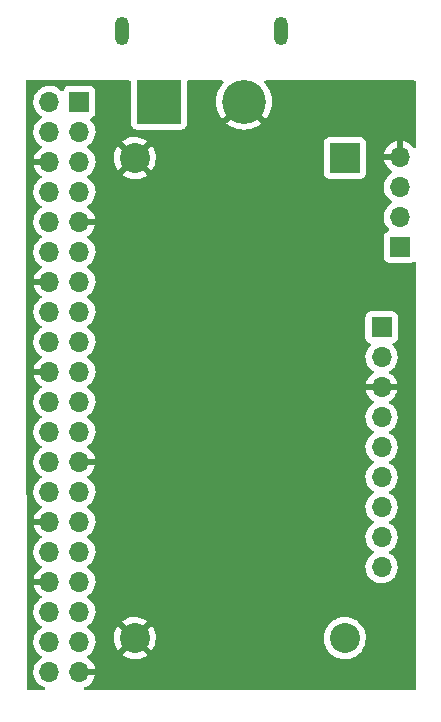
<source format=gbr>
%TF.GenerationSoftware,KiCad,Pcbnew,(6.0.5-0)*%
%TF.CreationDate,2024-02-05T18:51:56-05:00*%
%TF.ProjectId,CubeSat PCB,43756265-5361-4742-9050-43422e6b6963,rev?*%
%TF.SameCoordinates,Original*%
%TF.FileFunction,Copper,L2,Bot*%
%TF.FilePolarity,Positive*%
%FSLAX46Y46*%
G04 Gerber Fmt 4.6, Leading zero omitted, Abs format (unit mm)*
G04 Created by KiCad (PCBNEW (6.0.5-0)) date 2024-02-05 18:51:56*
%MOMM*%
%LPD*%
G01*
G04 APERTURE LIST*
%TA.AperFunction,ComponentPad*%
%ADD10O,1.200000X2.400000*%
%TD*%
%TA.AperFunction,ComponentPad*%
%ADD11C,3.716000*%
%TD*%
%TA.AperFunction,ComponentPad*%
%ADD12R,3.716000X3.716000*%
%TD*%
%TA.AperFunction,ComponentPad*%
%ADD13O,1.700000X1.700000*%
%TD*%
%TA.AperFunction,ComponentPad*%
%ADD14R,1.700000X1.700000*%
%TD*%
%TA.AperFunction,ComponentPad*%
%ADD15C,2.540000*%
%TD*%
%TA.AperFunction,ComponentPad*%
%ADD16R,2.540000X2.540000*%
%TD*%
G04 APERTURE END LIST*
D10*
%TO.P,J4,S2*%
%TO.N,N/C*%
X107500000Y-64600000D03*
%TO.P,J4,S1*%
X94000000Y-64600000D03*
D11*
%TO.P,J4,2,-*%
%TO.N,GND*%
X104350000Y-70600000D03*
D12*
%TO.P,J4,1,+*%
%TO.N,+BATT*%
X97150000Y-70600000D03*
%TD*%
D13*
%TO.P,J1,40,GPIO21/SCLK1*%
%TO.N,unconnected-(J1-Pad40)*%
X87880000Y-118880000D03*
%TO.P,J1,39,GND*%
%TO.N,GND*%
X90420000Y-118880000D03*
%TO.P,J1,38,GPIO20/MOSI1*%
%TO.N,unconnected-(J1-Pad38)*%
X87880000Y-116340000D03*
%TO.P,J1,37,GPIO26*%
%TO.N,unconnected-(J1-Pad37)*%
X90420000Y-116340000D03*
%TO.P,J1,36,GPIO16*%
%TO.N,unconnected-(J1-Pad36)*%
X87880000Y-113800000D03*
%TO.P,J1,35,GPIO19/MISO1*%
%TO.N,unconnected-(J1-Pad35)*%
X90420000Y-113800000D03*
%TO.P,J1,34,GND*%
%TO.N,GND*%
X87880000Y-111260000D03*
%TO.P,J1,33,PWM1/GPIO13*%
%TO.N,unconnected-(J1-Pad33)*%
X90420000Y-111260000D03*
%TO.P,J1,32,PWM0/GPIO12*%
%TO.N,unconnected-(J1-Pad32)*%
X87880000Y-108720000D03*
%TO.P,J1,31,GCLK2/GPIO6*%
%TO.N,unconnected-(J1-Pad31)*%
X90420000Y-108720000D03*
%TO.P,J1,30,GND*%
%TO.N,GND*%
X87880000Y-106180000D03*
%TO.P,J1,29,GCLK1/GPIO5*%
%TO.N,unconnected-(J1-Pad29)*%
X90420000Y-106180000D03*
%TO.P,J1,28,ID_SC/GPIO1*%
%TO.N,unconnected-(J1-Pad28)*%
X87880000Y-103640000D03*
%TO.P,J1,27,ID_SD/GPIO0*%
%TO.N,unconnected-(J1-Pad27)*%
X90420000Y-103640000D03*
%TO.P,J1,26,~{CE1}/GPIO7*%
%TO.N,unconnected-(J1-Pad26)*%
X87880000Y-101100000D03*
%TO.P,J1,25,GND*%
%TO.N,GND*%
X90420000Y-101100000D03*
%TO.P,J1,24,~{CE0}/GPIO8*%
%TO.N,unconnected-(J1-Pad24)*%
X87880000Y-98560000D03*
%TO.P,J1,23,SCLK0/GPIO11*%
%TO.N,unconnected-(J1-Pad23)*%
X90420000Y-98560000D03*
%TO.P,J1,22,GPIO25*%
%TO.N,unconnected-(J1-Pad22)*%
X87880000Y-96020000D03*
%TO.P,J1,21,MISO0/GPIO9*%
%TO.N,unconnected-(J1-Pad21)*%
X90420000Y-96020000D03*
%TO.P,J1,20,GND*%
%TO.N,GND*%
X87880000Y-93480000D03*
%TO.P,J1,19,MOSI0/GPIO10*%
%TO.N,unconnected-(J1-Pad19)*%
X90420000Y-93480000D03*
%TO.P,J1,18,GPIO24*%
%TO.N,unconnected-(J1-Pad18)*%
X87880000Y-90940000D03*
%TO.P,J1,17,3V3*%
%TO.N,unconnected-(J1-Pad17)*%
X90420000Y-90940000D03*
%TO.P,J1,16,GPIO23*%
%TO.N,unconnected-(J1-Pad16)*%
X87880000Y-88400000D03*
%TO.P,J1,15,GPIO22*%
%TO.N,unconnected-(J1-Pad15)*%
X90420000Y-88400000D03*
%TO.P,J1,14,GND*%
%TO.N,GND*%
X87880000Y-85860000D03*
%TO.P,J1,13,GPIO27*%
%TO.N,unconnected-(J1-Pad13)*%
X90420000Y-85860000D03*
%TO.P,J1,12,GPIO18/PWM0*%
%TO.N,unconnected-(J1-Pad12)*%
X87880000Y-83320000D03*
%TO.P,J1,11,GPIO17*%
%TO.N,unconnected-(J1-Pad11)*%
X90420000Y-83320000D03*
%TO.P,J1,10,GPIO15/RXD*%
%TO.N,unconnected-(J1-Pad10)*%
X87880000Y-80780000D03*
%TO.P,J1,9,GND*%
%TO.N,GND*%
X90420000Y-80780000D03*
%TO.P,J1,8,GPIO14/TXD*%
%TO.N,unconnected-(J1-Pad8)*%
X87880000Y-78240000D03*
%TO.P,J1,7,GCLK0/GPIO4*%
%TO.N,unconnected-(J1-Pad7)*%
X90420000Y-78240000D03*
%TO.P,J1,6,GND*%
%TO.N,GND*%
X87880000Y-75700000D03*
%TO.P,J1,5,SCL/GPIO3*%
%TO.N,/SCL*%
X90420000Y-75700000D03*
%TO.P,J1,4,5V*%
%TO.N,+5V*%
X87880000Y-73160000D03*
%TO.P,J1,3,SDA/GPIO2*%
%TO.N,/SDA*%
X90420000Y-73160000D03*
%TO.P,J1,2,5V*%
%TO.N,+5V*%
X87880000Y-70620000D03*
D14*
%TO.P,J1,1,3V3*%
%TO.N,unconnected-(J1-Pad1)*%
X90420000Y-70620000D03*
%TD*%
%TO.P,J3,1,Pin_1*%
%TO.N,+5V*%
X116000000Y-89700000D03*
D13*
%TO.P,J3,2,Pin_2*%
%TO.N,unconnected-(J3-Pad2)*%
X116000000Y-92240000D03*
%TO.P,J3,3,Pin_3*%
%TO.N,GND*%
X116000000Y-94780000D03*
%TO.P,J3,4,Pin_4*%
%TO.N,/SCL*%
X116000000Y-97320000D03*
%TO.P,J3,5,Pin_5*%
%TO.N,/SDA*%
X116000000Y-99860000D03*
%TO.P,J3,6,Pin_6*%
%TO.N,unconnected-(J3-Pad6)*%
X116000000Y-102400000D03*
%TO.P,J3,7,Pin_7*%
%TO.N,unconnected-(J3-Pad7)*%
X116000000Y-104940000D03*
%TO.P,J3,8,Pin_8*%
%TO.N,unconnected-(J3-Pad8)*%
X116000000Y-107480000D03*
%TO.P,J3,9,Pin_9*%
%TO.N,unconnected-(J3-Pad9)*%
X116000000Y-110020000D03*
%TD*%
D14*
%TO.P,J2,1,Pin_1*%
%TO.N,+5V*%
X117550000Y-82900000D03*
D13*
%TO.P,J2,2,Pin_2*%
%TO.N,/SDA*%
X117550000Y-80360000D03*
%TO.P,J2,3,Pin_3*%
%TO.N,/SCL*%
X117550000Y-77820000D03*
%TO.P,J2,4,Pin_4*%
%TO.N,GND*%
X117550000Y-75280000D03*
%TD*%
D15*
%TO.P,U1,3,GND*%
%TO.N,GND*%
X95110000Y-116020000D03*
%TO.P,U1,4,Vout*%
%TO.N,+5V*%
X112890000Y-116020000D03*
%TO.P,U1,2,GND*%
%TO.N,GND*%
X95110000Y-75380000D03*
D16*
%TO.P,U1,1,Vin*%
%TO.N,+BATT*%
X112890000Y-75380000D03*
%TD*%
%TA.AperFunction,Conductor*%
%TO.N,GND*%
G36*
X94725621Y-68820002D02*
G01*
X94772114Y-68873658D01*
X94783500Y-68926000D01*
X94783500Y-72506134D01*
X94790255Y-72568316D01*
X94841385Y-72704705D01*
X94928739Y-72821261D01*
X95045295Y-72908615D01*
X95181684Y-72959745D01*
X95243866Y-72966500D01*
X99056134Y-72966500D01*
X99118316Y-72959745D01*
X99254705Y-72908615D01*
X99371261Y-72821261D01*
X99458615Y-72704705D01*
X99509745Y-72568316D01*
X99516500Y-72506134D01*
X99516500Y-72445387D01*
X102870070Y-72445387D01*
X102876528Y-72454747D01*
X102903488Y-72478391D01*
X102910003Y-72483389D01*
X103161028Y-72651119D01*
X103168165Y-72655240D01*
X103438930Y-72788766D01*
X103446534Y-72791916D01*
X103732413Y-72888959D01*
X103740365Y-72891090D01*
X104036469Y-72949988D01*
X104044627Y-72951062D01*
X104345881Y-72970807D01*
X104354119Y-72970807D01*
X104655373Y-72951062D01*
X104663531Y-72949988D01*
X104959635Y-72891090D01*
X104967587Y-72888959D01*
X105253466Y-72791916D01*
X105261070Y-72788766D01*
X105531835Y-72655240D01*
X105538972Y-72651119D01*
X105789997Y-72483389D01*
X105796512Y-72478391D01*
X105821609Y-72456381D01*
X105830004Y-72443146D01*
X105824169Y-72433379D01*
X104362812Y-70972022D01*
X104348868Y-70964408D01*
X104347035Y-70964539D01*
X104340420Y-70968790D01*
X102877584Y-72431626D01*
X102870070Y-72445387D01*
X99516500Y-72445387D01*
X99516500Y-68926000D01*
X99536502Y-68857879D01*
X99590158Y-68811386D01*
X99642500Y-68800000D01*
X102503522Y-68800000D01*
X102571643Y-68820002D01*
X102618136Y-68873658D01*
X102628240Y-68943932D01*
X102598254Y-69009077D01*
X102471622Y-69153474D01*
X102466604Y-69160014D01*
X102298882Y-69411027D01*
X102294761Y-69418165D01*
X102161236Y-69688924D01*
X102158081Y-69696543D01*
X102061041Y-69982413D01*
X102058910Y-69990365D01*
X102000012Y-70286469D01*
X101998938Y-70294627D01*
X101979193Y-70595881D01*
X101979193Y-70604119D01*
X101998938Y-70905373D01*
X102000012Y-70913531D01*
X102058910Y-71209635D01*
X102061041Y-71217587D01*
X102158081Y-71503457D01*
X102161236Y-71511076D01*
X102294761Y-71781835D01*
X102298882Y-71788973D01*
X102466611Y-72039997D01*
X102471609Y-72046512D01*
X102493619Y-72071609D01*
X102506854Y-72080004D01*
X102516621Y-72074169D01*
X104260905Y-70329885D01*
X104323217Y-70295859D01*
X104394032Y-70300924D01*
X104439095Y-70329885D01*
X106181626Y-72072416D01*
X106195387Y-72079930D01*
X106204747Y-72073472D01*
X106228391Y-72046512D01*
X106233389Y-72039997D01*
X106401118Y-71788973D01*
X106405239Y-71781835D01*
X106538764Y-71511076D01*
X106541919Y-71503457D01*
X106638959Y-71217587D01*
X106641090Y-71209635D01*
X106699988Y-70913531D01*
X106701062Y-70905373D01*
X106720807Y-70604119D01*
X106720807Y-70595881D01*
X106701062Y-70294627D01*
X106699988Y-70286469D01*
X106641090Y-69990365D01*
X106638959Y-69982413D01*
X106541919Y-69696543D01*
X106538764Y-69688924D01*
X106405239Y-69418165D01*
X106401118Y-69411027D01*
X106233396Y-69160014D01*
X106228378Y-69153474D01*
X106101746Y-69009077D01*
X106071869Y-68944673D01*
X106081555Y-68874340D01*
X106127728Y-68820409D01*
X106196478Y-68800000D01*
X118774000Y-68800000D01*
X118842121Y-68820002D01*
X118888614Y-68873658D01*
X118900000Y-68926000D01*
X118900000Y-74439796D01*
X118879998Y-74507917D01*
X118826342Y-74554410D01*
X118756068Y-74564514D01*
X118691488Y-74535020D01*
X118668208Y-74508236D01*
X118632426Y-74452926D01*
X118626136Y-74444757D01*
X118482806Y-74287240D01*
X118475273Y-74280215D01*
X118308139Y-74148222D01*
X118299552Y-74142517D01*
X118113117Y-74039599D01*
X118103705Y-74035369D01*
X117902959Y-73964280D01*
X117892988Y-73961646D01*
X117821837Y-73948972D01*
X117808540Y-73950432D01*
X117804000Y-73964989D01*
X117804000Y-75408000D01*
X117783998Y-75476121D01*
X117730342Y-75522614D01*
X117678000Y-75534000D01*
X116233225Y-75534000D01*
X116219694Y-75537973D01*
X116218257Y-75547966D01*
X116248565Y-75682446D01*
X116251645Y-75692275D01*
X116331770Y-75889603D01*
X116336413Y-75898794D01*
X116447694Y-76080388D01*
X116453777Y-76088699D01*
X116593213Y-76249667D01*
X116600580Y-76256883D01*
X116764434Y-76392916D01*
X116772881Y-76398831D01*
X116841969Y-76439203D01*
X116890693Y-76490842D01*
X116903764Y-76560625D01*
X116877033Y-76626396D01*
X116836584Y-76659752D01*
X116823607Y-76666507D01*
X116819474Y-76669610D01*
X116819471Y-76669612D01*
X116688810Y-76767715D01*
X116644965Y-76800635D01*
X116627184Y-76819242D01*
X116554295Y-76895516D01*
X116490629Y-76962138D01*
X116487715Y-76966410D01*
X116487714Y-76966411D01*
X116421143Y-77064000D01*
X116364743Y-77146680D01*
X116270688Y-77349305D01*
X116210989Y-77564570D01*
X116187251Y-77786695D01*
X116187548Y-77791848D01*
X116187548Y-77791851D01*
X116188348Y-77805720D01*
X116200110Y-78009715D01*
X116201247Y-78014761D01*
X116201248Y-78014767D01*
X116201833Y-78017361D01*
X116249222Y-78227639D01*
X116333266Y-78434616D01*
X116449987Y-78625088D01*
X116596250Y-78793938D01*
X116768126Y-78936632D01*
X116784632Y-78946277D01*
X116841445Y-78979476D01*
X116890169Y-79031114D01*
X116903240Y-79100897D01*
X116876509Y-79166669D01*
X116836055Y-79200027D01*
X116823607Y-79206507D01*
X116819474Y-79209610D01*
X116819471Y-79209612D01*
X116795247Y-79227800D01*
X116644965Y-79340635D01*
X116641393Y-79344373D01*
X116554295Y-79435516D01*
X116490629Y-79502138D01*
X116487715Y-79506410D01*
X116487714Y-79506411D01*
X116428260Y-79593567D01*
X116364743Y-79686680D01*
X116270688Y-79889305D01*
X116210989Y-80104570D01*
X116187251Y-80326695D01*
X116187548Y-80331848D01*
X116187548Y-80331851D01*
X116188357Y-80345875D01*
X116200110Y-80549715D01*
X116201247Y-80554761D01*
X116201248Y-80554767D01*
X116201833Y-80557361D01*
X116249222Y-80767639D01*
X116333266Y-80974616D01*
X116449987Y-81165088D01*
X116596250Y-81333938D01*
X116600230Y-81337242D01*
X116604981Y-81341187D01*
X116644616Y-81400090D01*
X116646113Y-81471071D01*
X116608997Y-81531593D01*
X116568724Y-81556112D01*
X116453295Y-81599385D01*
X116336739Y-81686739D01*
X116249385Y-81803295D01*
X116198255Y-81939684D01*
X116191500Y-82001866D01*
X116191500Y-83798134D01*
X116198255Y-83860316D01*
X116249385Y-83996705D01*
X116336739Y-84113261D01*
X116453295Y-84200615D01*
X116589684Y-84251745D01*
X116651866Y-84258500D01*
X118448134Y-84258500D01*
X118510316Y-84251745D01*
X118646705Y-84200615D01*
X118698437Y-84161844D01*
X118764941Y-84136997D01*
X118834323Y-84152050D01*
X118884554Y-84202223D01*
X118900000Y-84262671D01*
X118900000Y-120274000D01*
X118879998Y-120342121D01*
X118826342Y-120388614D01*
X118774000Y-120400000D01*
X90938053Y-120400000D01*
X90869932Y-120379998D01*
X90823439Y-120326342D01*
X90813335Y-120256068D01*
X90842829Y-120191488D01*
X90901846Y-120153314D01*
X90912252Y-120150192D01*
X90921842Y-120146433D01*
X91113095Y-120052739D01*
X91121945Y-120047464D01*
X91295328Y-119923792D01*
X91303200Y-119917139D01*
X91454052Y-119766812D01*
X91460730Y-119758965D01*
X91585003Y-119586020D01*
X91590313Y-119577183D01*
X91684670Y-119386267D01*
X91688469Y-119376672D01*
X91750377Y-119172910D01*
X91752555Y-119162837D01*
X91753986Y-119151962D01*
X91751775Y-119137778D01*
X91738617Y-119134000D01*
X90292000Y-119134000D01*
X90223879Y-119113998D01*
X90177386Y-119060342D01*
X90166000Y-119008000D01*
X90166000Y-118752000D01*
X90186002Y-118683879D01*
X90239658Y-118637386D01*
X90292000Y-118626000D01*
X91738344Y-118626000D01*
X91751875Y-118622027D01*
X91753180Y-118612947D01*
X91711214Y-118445875D01*
X91707894Y-118436124D01*
X91622972Y-118240814D01*
X91618105Y-118231739D01*
X91502426Y-118052926D01*
X91496136Y-118044757D01*
X91352806Y-117887240D01*
X91345273Y-117880215D01*
X91178139Y-117748222D01*
X91169556Y-117742520D01*
X91132602Y-117722120D01*
X91082631Y-117671687D01*
X91067859Y-117602245D01*
X91092975Y-117535839D01*
X91120327Y-117509232D01*
X91181874Y-117465331D01*
X91212561Y-117443442D01*
X94051303Y-117443442D01*
X94060017Y-117454962D01*
X94161394Y-117529296D01*
X94169293Y-117534232D01*
X94394901Y-117652930D01*
X94403450Y-117656647D01*
X94644113Y-117740690D01*
X94653122Y-117743104D01*
X94903572Y-117790654D01*
X94912827Y-117791708D01*
X95167557Y-117801717D01*
X95176871Y-117801391D01*
X95430270Y-117773640D01*
X95439447Y-117771939D01*
X95685960Y-117707037D01*
X95694780Y-117704000D01*
X95928997Y-117603373D01*
X95937269Y-117599066D01*
X96154036Y-117464927D01*
X96161579Y-117459447D01*
X96163272Y-117458014D01*
X96171710Y-117445211D01*
X96165645Y-117434855D01*
X95122812Y-116392022D01*
X95108868Y-116384408D01*
X95107035Y-116384539D01*
X95100420Y-116388790D01*
X94057961Y-117431249D01*
X94051303Y-117443442D01*
X91212561Y-117443442D01*
X91299860Y-117381173D01*
X91304877Y-117376174D01*
X91454435Y-117227137D01*
X91458096Y-117223489D01*
X91517594Y-117140689D01*
X91585435Y-117046277D01*
X91588453Y-117042077D01*
X91609320Y-116999857D01*
X91685136Y-116846453D01*
X91685137Y-116846451D01*
X91687430Y-116841811D01*
X91752370Y-116628069D01*
X91781529Y-116406590D01*
X91782177Y-116380068D01*
X91783074Y-116343365D01*
X91783074Y-116343361D01*
X91783156Y-116340000D01*
X91764852Y-116117361D01*
X91729847Y-115977999D01*
X93327849Y-115977999D01*
X93340080Y-116232619D01*
X93341217Y-116241879D01*
X93390947Y-116491894D01*
X93393441Y-116500887D01*
X93479578Y-116740797D01*
X93483378Y-116749332D01*
X93604031Y-116973877D01*
X93609045Y-116981748D01*
X93675154Y-117070279D01*
X93686414Y-117078729D01*
X93698832Y-117071958D01*
X94737978Y-116032812D01*
X94744356Y-116021132D01*
X95474408Y-116021132D01*
X95474539Y-116022965D01*
X95478790Y-116029580D01*
X96524386Y-117075176D01*
X96536766Y-117081936D01*
X96545107Y-117075692D01*
X96674391Y-116874697D01*
X96678838Y-116866506D01*
X96783536Y-116634085D01*
X96786731Y-116625307D01*
X96855923Y-116379968D01*
X96857781Y-116370839D01*
X96890144Y-116116444D01*
X96890625Y-116110158D01*
X96892903Y-116023160D01*
X96892752Y-116016851D01*
X96889517Y-115973314D01*
X111107124Y-115973314D01*
X111107348Y-115977980D01*
X111107348Y-115977985D01*
X111109421Y-116021132D01*
X111119807Y-116237352D01*
X111120720Y-116241940D01*
X111170439Y-116491894D01*
X111171378Y-116496616D01*
X111172957Y-116501014D01*
X111172959Y-116501021D01*
X111259048Y-116740797D01*
X111260704Y-116745410D01*
X111262921Y-116749536D01*
X111330301Y-116874936D01*
X111385822Y-116978267D01*
X111388617Y-116982011D01*
X111388619Y-116982013D01*
X111471743Y-117093329D01*
X111543985Y-117190073D01*
X111547292Y-117193351D01*
X111547297Y-117193357D01*
X111646879Y-117292073D01*
X111731718Y-117376174D01*
X111735485Y-117378936D01*
X111735486Y-117378937D01*
X111843333Y-117458014D01*
X111944896Y-117532483D01*
X111949031Y-117534659D01*
X111949035Y-117534661D01*
X112071449Y-117599066D01*
X112178836Y-117655565D01*
X112267905Y-117686669D01*
X112390876Y-117729612D01*
X112428400Y-117742716D01*
X112432993Y-117743588D01*
X112683515Y-117791151D01*
X112683518Y-117791151D01*
X112688104Y-117792022D01*
X112820173Y-117797211D01*
X112947575Y-117802218D01*
X112947581Y-117802218D01*
X112952243Y-117802401D01*
X113215015Y-117773622D01*
X113219526Y-117772434D01*
X113219528Y-117772434D01*
X113466124Y-117707511D01*
X113466126Y-117707510D01*
X113470647Y-117706320D01*
X113481277Y-117701753D01*
X113709229Y-117603817D01*
X113709231Y-117603816D01*
X113713523Y-117601972D01*
X113938307Y-117462871D01*
X114034813Y-117381173D01*
X114136496Y-117295093D01*
X114136498Y-117295091D01*
X114140063Y-117292073D01*
X114314356Y-117093329D01*
X114321685Y-117081936D01*
X114454831Y-116874936D01*
X114457359Y-116871006D01*
X114565930Y-116629988D01*
X114637683Y-116375570D01*
X114669875Y-116122522D01*
X114670645Y-116116471D01*
X114670645Y-116116465D01*
X114671043Y-116113340D01*
X114671127Y-116110158D01*
X114672415Y-116060943D01*
X114673487Y-116020000D01*
X114664269Y-115895954D01*
X114654243Y-115761036D01*
X114654242Y-115761032D01*
X114653897Y-115756384D01*
X114595557Y-115498559D01*
X114580028Y-115458626D01*
X114501442Y-115256542D01*
X114501441Y-115256540D01*
X114499749Y-115252189D01*
X114473659Y-115206540D01*
X114403254Y-115083357D01*
X114368578Y-115022687D01*
X114204925Y-114815094D01*
X114012385Y-114633970D01*
X113970752Y-114605088D01*
X113799026Y-114485958D01*
X113799021Y-114485955D01*
X113795188Y-114483296D01*
X113790997Y-114481229D01*
X113562294Y-114368445D01*
X113562291Y-114368444D01*
X113558106Y-114366380D01*
X113502612Y-114348616D01*
X113340917Y-114296857D01*
X113306347Y-114285791D01*
X113163825Y-114262580D01*
X113050053Y-114244051D01*
X113050052Y-114244051D01*
X113045441Y-114243300D01*
X112913281Y-114241570D01*
X112785798Y-114239901D01*
X112785795Y-114239901D01*
X112781121Y-114239840D01*
X112519192Y-114275486D01*
X112514702Y-114276795D01*
X112514696Y-114276796D01*
X112428875Y-114301811D01*
X112265410Y-114349457D01*
X112261163Y-114351415D01*
X112261160Y-114351416D01*
X112223215Y-114368909D01*
X112025348Y-114460127D01*
X111993162Y-114481229D01*
X111808195Y-114602499D01*
X111808190Y-114602503D01*
X111804282Y-114605065D01*
X111774884Y-114631304D01*
X111615076Y-114773938D01*
X111607067Y-114781086D01*
X111494335Y-114916632D01*
X111450857Y-114968909D01*
X111438036Y-114984324D01*
X111300901Y-115210314D01*
X111299095Y-115214622D01*
X111299094Y-115214623D01*
X111254640Y-115320635D01*
X111198677Y-115454091D01*
X111197526Y-115458623D01*
X111197525Y-115458626D01*
X111183813Y-115512617D01*
X111133608Y-115710301D01*
X111107124Y-115973314D01*
X96889517Y-115973314D01*
X96873747Y-115761110D01*
X96872370Y-115751904D01*
X96816109Y-115503262D01*
X96813385Y-115494351D01*
X96720990Y-115256758D01*
X96716979Y-115248349D01*
X96590482Y-115027027D01*
X96585269Y-115019298D01*
X96545633Y-114969019D01*
X96533709Y-114960549D01*
X96522174Y-114967036D01*
X95482022Y-116007188D01*
X95474408Y-116021132D01*
X94744356Y-116021132D01*
X94745592Y-116018868D01*
X94745461Y-116017035D01*
X94741210Y-116010420D01*
X93697119Y-114966329D01*
X93683811Y-114959062D01*
X93673772Y-114966184D01*
X93661433Y-114981020D01*
X93656018Y-114988612D01*
X93523776Y-115206540D01*
X93519538Y-115214857D01*
X93420961Y-115449935D01*
X93418000Y-115458785D01*
X93355255Y-115705849D01*
X93353633Y-115715046D01*
X93328094Y-115968673D01*
X93327849Y-115977999D01*
X91729847Y-115977999D01*
X91710431Y-115900702D01*
X91621354Y-115695840D01*
X91500014Y-115508277D01*
X91349670Y-115343051D01*
X91345619Y-115339852D01*
X91345615Y-115339848D01*
X91178414Y-115207800D01*
X91178410Y-115207798D01*
X91174359Y-115204598D01*
X91133053Y-115181796D01*
X91083084Y-115131364D01*
X91068312Y-115061921D01*
X91093428Y-114995516D01*
X91120780Y-114968909D01*
X91164603Y-114937650D01*
X91299860Y-114841173D01*
X91322350Y-114818762D01*
X91454435Y-114687137D01*
X91458096Y-114683489D01*
X91517594Y-114600689D01*
X91522144Y-114594357D01*
X94048770Y-114594357D01*
X94053343Y-114604133D01*
X95097188Y-115647978D01*
X95111132Y-115655592D01*
X95112965Y-115655461D01*
X95119580Y-115651210D01*
X96162790Y-114608000D01*
X96169174Y-114596310D01*
X96159762Y-114584199D01*
X96018776Y-114486392D01*
X96010741Y-114481659D01*
X95782106Y-114368909D01*
X95773473Y-114365421D01*
X95530675Y-114287701D01*
X95521624Y-114285528D01*
X95270009Y-114244550D01*
X95260720Y-114243738D01*
X95005828Y-114240401D01*
X94996517Y-114240971D01*
X94743927Y-114275347D01*
X94734808Y-114277285D01*
X94490084Y-114348616D01*
X94481331Y-114351888D01*
X94249837Y-114458608D01*
X94241682Y-114463128D01*
X94057907Y-114583616D01*
X94048770Y-114594357D01*
X91522144Y-114594357D01*
X91585435Y-114506277D01*
X91588453Y-114502077D01*
X91596420Y-114485958D01*
X91685136Y-114306453D01*
X91685137Y-114306451D01*
X91687430Y-114301811D01*
X91752370Y-114088069D01*
X91781529Y-113866590D01*
X91783156Y-113800000D01*
X91764852Y-113577361D01*
X91710431Y-113360702D01*
X91621354Y-113155840D01*
X91500014Y-112968277D01*
X91349670Y-112803051D01*
X91345619Y-112799852D01*
X91345615Y-112799848D01*
X91178414Y-112667800D01*
X91178410Y-112667798D01*
X91174359Y-112664598D01*
X91133053Y-112641796D01*
X91083084Y-112591364D01*
X91068312Y-112521921D01*
X91093428Y-112455516D01*
X91120780Y-112428909D01*
X91164603Y-112397650D01*
X91299860Y-112301173D01*
X91458096Y-112143489D01*
X91588453Y-111962077D01*
X91601995Y-111934678D01*
X91685136Y-111766453D01*
X91685137Y-111766451D01*
X91687430Y-111761811D01*
X91752370Y-111548069D01*
X91781529Y-111326590D01*
X91783156Y-111260000D01*
X91764852Y-111037361D01*
X91710431Y-110820702D01*
X91621354Y-110615840D01*
X91500014Y-110428277D01*
X91349670Y-110263051D01*
X91345619Y-110259852D01*
X91345615Y-110259848D01*
X91178414Y-110127800D01*
X91178410Y-110127798D01*
X91174359Y-110124598D01*
X91133053Y-110101796D01*
X91083084Y-110051364D01*
X91069328Y-109986695D01*
X114637251Y-109986695D01*
X114637548Y-109991848D01*
X114637548Y-109991851D01*
X114643906Y-110102120D01*
X114650110Y-110209715D01*
X114651247Y-110214761D01*
X114651248Y-110214767D01*
X114663074Y-110267240D01*
X114699222Y-110427639D01*
X114752995Y-110560066D01*
X114777571Y-110620590D01*
X114783266Y-110634616D01*
X114785965Y-110639020D01*
X114894390Y-110815954D01*
X114899987Y-110825088D01*
X115046250Y-110993938D01*
X115218126Y-111136632D01*
X115411000Y-111249338D01*
X115415825Y-111251180D01*
X115415826Y-111251181D01*
X115438921Y-111260000D01*
X115619692Y-111329030D01*
X115624760Y-111330061D01*
X115624763Y-111330062D01*
X115732017Y-111351883D01*
X115838597Y-111373567D01*
X115843772Y-111373757D01*
X115843774Y-111373757D01*
X116056673Y-111381564D01*
X116056677Y-111381564D01*
X116061837Y-111381753D01*
X116066957Y-111381097D01*
X116066959Y-111381097D01*
X116278288Y-111354025D01*
X116278289Y-111354025D01*
X116283416Y-111353368D01*
X116288366Y-111351883D01*
X116492429Y-111290661D01*
X116492434Y-111290659D01*
X116497384Y-111289174D01*
X116697994Y-111190896D01*
X116879860Y-111061173D01*
X116903756Y-111037361D01*
X117034435Y-110907137D01*
X117038096Y-110903489D01*
X117097594Y-110820689D01*
X117165435Y-110726277D01*
X117168453Y-110722077D01*
X117220959Y-110615840D01*
X117265136Y-110526453D01*
X117265137Y-110526451D01*
X117267430Y-110521811D01*
X117332370Y-110308069D01*
X117361529Y-110086590D01*
X117361847Y-110073567D01*
X117363074Y-110023365D01*
X117363074Y-110023361D01*
X117363156Y-110020000D01*
X117344852Y-109797361D01*
X117290431Y-109580702D01*
X117201354Y-109375840D01*
X117101708Y-109221811D01*
X117082822Y-109192617D01*
X117082820Y-109192614D01*
X117080014Y-109188277D01*
X116929670Y-109023051D01*
X116925619Y-109019852D01*
X116925615Y-109019848D01*
X116758414Y-108887800D01*
X116758410Y-108887798D01*
X116754359Y-108884598D01*
X116713053Y-108861796D01*
X116663084Y-108811364D01*
X116648312Y-108741921D01*
X116673428Y-108675516D01*
X116700780Y-108648909D01*
X116744603Y-108617650D01*
X116879860Y-108521173D01*
X116903756Y-108497361D01*
X117034435Y-108367137D01*
X117038096Y-108363489D01*
X117097594Y-108280689D01*
X117165435Y-108186277D01*
X117168453Y-108182077D01*
X117220959Y-108075840D01*
X117265136Y-107986453D01*
X117265137Y-107986451D01*
X117267430Y-107981811D01*
X117332370Y-107768069D01*
X117361529Y-107546590D01*
X117362016Y-107526669D01*
X117363074Y-107483365D01*
X117363074Y-107483361D01*
X117363156Y-107480000D01*
X117344852Y-107257361D01*
X117290431Y-107040702D01*
X117201354Y-106835840D01*
X117101708Y-106681811D01*
X117082822Y-106652617D01*
X117082820Y-106652614D01*
X117080014Y-106648277D01*
X116929670Y-106483051D01*
X116925619Y-106479852D01*
X116925615Y-106479848D01*
X116758414Y-106347800D01*
X116758410Y-106347798D01*
X116754359Y-106344598D01*
X116713053Y-106321796D01*
X116663084Y-106271364D01*
X116648312Y-106201921D01*
X116673428Y-106135516D01*
X116700780Y-106108909D01*
X116744603Y-106077650D01*
X116879860Y-105981173D01*
X116903756Y-105957361D01*
X117034435Y-105827137D01*
X117038096Y-105823489D01*
X117097594Y-105740689D01*
X117165435Y-105646277D01*
X117168453Y-105642077D01*
X117220959Y-105535840D01*
X117265136Y-105446453D01*
X117265137Y-105446451D01*
X117267430Y-105441811D01*
X117332370Y-105228069D01*
X117361529Y-105006590D01*
X117361847Y-104993567D01*
X117363074Y-104943365D01*
X117363074Y-104943361D01*
X117363156Y-104940000D01*
X117344852Y-104717361D01*
X117290431Y-104500702D01*
X117201354Y-104295840D01*
X117101708Y-104141811D01*
X117082822Y-104112617D01*
X117082820Y-104112614D01*
X117080014Y-104108277D01*
X116929670Y-103943051D01*
X116925619Y-103939852D01*
X116925615Y-103939848D01*
X116758414Y-103807800D01*
X116758410Y-103807798D01*
X116754359Y-103804598D01*
X116713053Y-103781796D01*
X116663084Y-103731364D01*
X116648312Y-103661921D01*
X116673428Y-103595516D01*
X116700780Y-103568909D01*
X116744603Y-103537650D01*
X116879860Y-103441173D01*
X116903756Y-103417361D01*
X117034435Y-103287137D01*
X117038096Y-103283489D01*
X117097594Y-103200689D01*
X117165435Y-103106277D01*
X117168453Y-103102077D01*
X117220959Y-102995840D01*
X117265136Y-102906453D01*
X117265137Y-102906451D01*
X117267430Y-102901811D01*
X117332370Y-102688069D01*
X117361529Y-102466590D01*
X117362016Y-102446669D01*
X117363074Y-102403365D01*
X117363074Y-102403361D01*
X117363156Y-102400000D01*
X117344852Y-102177361D01*
X117290431Y-101960702D01*
X117201354Y-101755840D01*
X117080014Y-101568277D01*
X116929670Y-101403051D01*
X116925619Y-101399852D01*
X116925615Y-101399848D01*
X116758414Y-101267800D01*
X116758410Y-101267798D01*
X116754359Y-101264598D01*
X116713053Y-101241796D01*
X116663084Y-101191364D01*
X116648312Y-101121921D01*
X116673428Y-101055516D01*
X116700780Y-101028909D01*
X116744603Y-100997650D01*
X116879860Y-100901173D01*
X116903756Y-100877361D01*
X117034435Y-100747137D01*
X117038096Y-100743489D01*
X117097594Y-100660689D01*
X117165435Y-100566277D01*
X117168453Y-100562077D01*
X117220959Y-100455840D01*
X117265136Y-100366453D01*
X117265137Y-100366451D01*
X117267430Y-100361811D01*
X117332370Y-100148069D01*
X117361529Y-99926590D01*
X117361847Y-99913567D01*
X117363074Y-99863365D01*
X117363074Y-99863361D01*
X117363156Y-99860000D01*
X117344852Y-99637361D01*
X117290431Y-99420702D01*
X117201354Y-99215840D01*
X117101708Y-99061811D01*
X117082822Y-99032617D01*
X117082820Y-99032614D01*
X117080014Y-99028277D01*
X116929670Y-98863051D01*
X116925619Y-98859852D01*
X116925615Y-98859848D01*
X116758414Y-98727800D01*
X116758410Y-98727798D01*
X116754359Y-98724598D01*
X116713053Y-98701796D01*
X116663084Y-98651364D01*
X116648312Y-98581921D01*
X116673428Y-98515516D01*
X116700780Y-98488909D01*
X116744603Y-98457650D01*
X116879860Y-98361173D01*
X116903756Y-98337361D01*
X117034435Y-98207137D01*
X117038096Y-98203489D01*
X117097594Y-98120689D01*
X117165435Y-98026277D01*
X117168453Y-98022077D01*
X117220959Y-97915840D01*
X117265136Y-97826453D01*
X117265137Y-97826451D01*
X117267430Y-97821811D01*
X117332370Y-97608069D01*
X117361529Y-97386590D01*
X117363156Y-97320000D01*
X117344852Y-97097361D01*
X117290431Y-96880702D01*
X117201354Y-96675840D01*
X117101708Y-96521811D01*
X117082822Y-96492617D01*
X117082820Y-96492614D01*
X117080014Y-96488277D01*
X116929670Y-96323051D01*
X116925619Y-96319852D01*
X116925615Y-96319848D01*
X116758414Y-96187800D01*
X116758410Y-96187798D01*
X116754359Y-96184598D01*
X116712569Y-96161529D01*
X116662598Y-96111097D01*
X116647826Y-96041654D01*
X116672942Y-95975248D01*
X116700294Y-95948641D01*
X116875328Y-95823792D01*
X116883200Y-95817139D01*
X117034052Y-95666812D01*
X117040730Y-95658965D01*
X117165003Y-95486020D01*
X117170313Y-95477183D01*
X117264670Y-95286267D01*
X117268469Y-95276672D01*
X117330377Y-95072910D01*
X117332555Y-95062837D01*
X117333986Y-95051962D01*
X117331775Y-95037778D01*
X117318617Y-95034000D01*
X114683225Y-95034000D01*
X114669694Y-95037973D01*
X114668257Y-95047966D01*
X114698565Y-95182446D01*
X114701645Y-95192275D01*
X114781770Y-95389603D01*
X114786413Y-95398794D01*
X114897694Y-95580388D01*
X114903777Y-95588699D01*
X115043213Y-95749667D01*
X115050580Y-95756883D01*
X115214434Y-95892916D01*
X115222881Y-95898831D01*
X115291969Y-95939203D01*
X115340693Y-95990842D01*
X115353764Y-96060625D01*
X115327033Y-96126396D01*
X115286584Y-96159752D01*
X115273607Y-96166507D01*
X115269474Y-96169610D01*
X115269471Y-96169612D01*
X115099100Y-96297530D01*
X115094965Y-96300635D01*
X114940629Y-96462138D01*
X114814743Y-96646680D01*
X114777463Y-96726994D01*
X114733972Y-96820688D01*
X114720688Y-96849305D01*
X114660989Y-97064570D01*
X114637251Y-97286695D01*
X114637548Y-97291848D01*
X114637548Y-97291851D01*
X114644021Y-97404118D01*
X114650110Y-97509715D01*
X114651247Y-97514761D01*
X114651248Y-97514767D01*
X114671119Y-97602939D01*
X114699222Y-97727639D01*
X114737461Y-97821811D01*
X114777571Y-97920590D01*
X114783266Y-97934616D01*
X114785965Y-97939020D01*
X114894390Y-98115954D01*
X114899987Y-98125088D01*
X115046250Y-98293938D01*
X115218126Y-98436632D01*
X115288595Y-98477811D01*
X115291445Y-98479476D01*
X115340169Y-98531114D01*
X115353240Y-98600897D01*
X115326509Y-98666669D01*
X115286055Y-98700027D01*
X115273607Y-98706507D01*
X115269474Y-98709610D01*
X115269471Y-98709612D01*
X115099100Y-98837530D01*
X115094965Y-98840635D01*
X114940629Y-99002138D01*
X114814743Y-99186680D01*
X114777463Y-99266994D01*
X114733972Y-99360688D01*
X114720688Y-99389305D01*
X114660989Y-99604570D01*
X114637251Y-99826695D01*
X114637548Y-99831848D01*
X114637548Y-99831851D01*
X114643906Y-99942120D01*
X114650110Y-100049715D01*
X114651247Y-100054761D01*
X114651248Y-100054767D01*
X114663074Y-100107240D01*
X114699222Y-100267639D01*
X114737461Y-100361811D01*
X114777662Y-100460814D01*
X114783266Y-100474616D01*
X114899987Y-100665088D01*
X115046250Y-100833938D01*
X115218126Y-100976632D01*
X115288595Y-101017811D01*
X115291445Y-101019476D01*
X115340169Y-101071114D01*
X115353240Y-101140897D01*
X115326509Y-101206669D01*
X115286055Y-101240027D01*
X115273607Y-101246507D01*
X115269474Y-101249610D01*
X115269471Y-101249612D01*
X115106516Y-101371962D01*
X115094965Y-101380635D01*
X114940629Y-101542138D01*
X114814743Y-101726680D01*
X114720688Y-101929305D01*
X114660989Y-102144570D01*
X114637251Y-102366695D01*
X114637548Y-102371848D01*
X114637548Y-102371851D01*
X114644021Y-102484118D01*
X114650110Y-102589715D01*
X114651247Y-102594761D01*
X114651248Y-102594767D01*
X114671119Y-102682939D01*
X114699222Y-102807639D01*
X114737461Y-102901811D01*
X114777571Y-103000590D01*
X114783266Y-103014616D01*
X114785965Y-103019020D01*
X114894390Y-103195954D01*
X114899987Y-103205088D01*
X115046250Y-103373938D01*
X115218126Y-103516632D01*
X115288595Y-103557811D01*
X115291445Y-103559476D01*
X115340169Y-103611114D01*
X115353240Y-103680897D01*
X115326509Y-103746669D01*
X115286055Y-103780027D01*
X115273607Y-103786507D01*
X115269474Y-103789610D01*
X115269471Y-103789612D01*
X115099100Y-103917530D01*
X115094965Y-103920635D01*
X114940629Y-104082138D01*
X114814743Y-104266680D01*
X114777463Y-104346994D01*
X114733972Y-104440688D01*
X114720688Y-104469305D01*
X114660989Y-104684570D01*
X114637251Y-104906695D01*
X114637548Y-104911848D01*
X114637548Y-104911851D01*
X114643906Y-105022120D01*
X114650110Y-105129715D01*
X114651247Y-105134761D01*
X114651248Y-105134767D01*
X114663074Y-105187240D01*
X114699222Y-105347639D01*
X114752995Y-105480066D01*
X114777571Y-105540590D01*
X114783266Y-105554616D01*
X114785965Y-105559020D01*
X114894390Y-105735954D01*
X114899987Y-105745088D01*
X115046250Y-105913938D01*
X115218126Y-106056632D01*
X115288595Y-106097811D01*
X115291445Y-106099476D01*
X115340169Y-106151114D01*
X115353240Y-106220897D01*
X115326509Y-106286669D01*
X115286055Y-106320027D01*
X115273607Y-106326507D01*
X115269474Y-106329610D01*
X115269471Y-106329612D01*
X115099100Y-106457530D01*
X115094965Y-106460635D01*
X115091393Y-106464373D01*
X114978560Y-106582446D01*
X114940629Y-106622138D01*
X114814743Y-106806680D01*
X114777687Y-106886511D01*
X114733972Y-106980688D01*
X114720688Y-107009305D01*
X114660989Y-107224570D01*
X114637251Y-107446695D01*
X114637548Y-107451848D01*
X114637548Y-107451851D01*
X114644021Y-107564118D01*
X114650110Y-107669715D01*
X114651247Y-107674761D01*
X114651248Y-107674767D01*
X114671119Y-107762939D01*
X114699222Y-107887639D01*
X114737461Y-107981811D01*
X114777571Y-108080590D01*
X114783266Y-108094616D01*
X114785965Y-108099020D01*
X114894390Y-108275954D01*
X114899987Y-108285088D01*
X115046250Y-108453938D01*
X115218126Y-108596632D01*
X115288595Y-108637811D01*
X115291445Y-108639476D01*
X115340169Y-108691114D01*
X115353240Y-108760897D01*
X115326509Y-108826669D01*
X115286055Y-108860027D01*
X115273607Y-108866507D01*
X115269474Y-108869610D01*
X115269471Y-108869612D01*
X115099100Y-108997530D01*
X115094965Y-109000635D01*
X114940629Y-109162138D01*
X114814743Y-109346680D01*
X114777463Y-109426994D01*
X114733972Y-109520688D01*
X114720688Y-109549305D01*
X114660989Y-109764570D01*
X114637251Y-109986695D01*
X91069328Y-109986695D01*
X91068312Y-109981921D01*
X91093428Y-109915516D01*
X91120780Y-109888909D01*
X91164603Y-109857650D01*
X91299860Y-109761173D01*
X91458096Y-109603489D01*
X91517594Y-109520689D01*
X91585435Y-109426277D01*
X91588453Y-109422077D01*
X91609320Y-109379857D01*
X91685136Y-109226453D01*
X91685137Y-109226451D01*
X91687430Y-109221811D01*
X91752370Y-109008069D01*
X91781529Y-108786590D01*
X91782444Y-108749144D01*
X91783074Y-108723365D01*
X91783074Y-108723361D01*
X91783156Y-108720000D01*
X91764852Y-108497361D01*
X91710431Y-108280702D01*
X91621354Y-108075840D01*
X91500014Y-107888277D01*
X91349670Y-107723051D01*
X91345619Y-107719852D01*
X91345615Y-107719848D01*
X91178414Y-107587800D01*
X91178410Y-107587798D01*
X91174359Y-107584598D01*
X91133053Y-107561796D01*
X91083084Y-107511364D01*
X91068312Y-107441921D01*
X91093428Y-107375516D01*
X91120780Y-107348909D01*
X91164603Y-107317650D01*
X91299860Y-107221173D01*
X91458096Y-107063489D01*
X91588453Y-106882077D01*
X91601995Y-106854678D01*
X91685136Y-106686453D01*
X91685137Y-106686451D01*
X91687430Y-106681811D01*
X91752370Y-106468069D01*
X91781529Y-106246590D01*
X91782444Y-106209144D01*
X91783074Y-106183365D01*
X91783074Y-106183361D01*
X91783156Y-106180000D01*
X91764852Y-105957361D01*
X91710431Y-105740702D01*
X91621354Y-105535840D01*
X91500014Y-105348277D01*
X91349670Y-105183051D01*
X91345619Y-105179852D01*
X91345615Y-105179848D01*
X91178414Y-105047800D01*
X91178410Y-105047798D01*
X91174359Y-105044598D01*
X91133053Y-105021796D01*
X91083084Y-104971364D01*
X91068312Y-104901921D01*
X91093428Y-104835516D01*
X91120780Y-104808909D01*
X91164603Y-104777650D01*
X91299860Y-104681173D01*
X91458096Y-104523489D01*
X91517594Y-104440689D01*
X91585435Y-104346277D01*
X91588453Y-104342077D01*
X91609320Y-104299857D01*
X91685136Y-104146453D01*
X91685137Y-104146451D01*
X91687430Y-104141811D01*
X91752370Y-103928069D01*
X91781529Y-103706590D01*
X91782444Y-103669144D01*
X91783074Y-103643365D01*
X91783074Y-103643361D01*
X91783156Y-103640000D01*
X91764852Y-103417361D01*
X91710431Y-103200702D01*
X91621354Y-102995840D01*
X91500014Y-102808277D01*
X91349670Y-102643051D01*
X91345619Y-102639852D01*
X91345615Y-102639848D01*
X91178414Y-102507800D01*
X91178410Y-102507798D01*
X91174359Y-102504598D01*
X91132569Y-102481529D01*
X91082598Y-102431097D01*
X91067826Y-102361654D01*
X91092942Y-102295248D01*
X91120294Y-102268641D01*
X91295328Y-102143792D01*
X91303200Y-102137139D01*
X91454052Y-101986812D01*
X91460730Y-101978965D01*
X91585003Y-101806020D01*
X91590313Y-101797183D01*
X91684670Y-101606267D01*
X91688469Y-101596672D01*
X91750377Y-101392910D01*
X91752555Y-101382837D01*
X91753986Y-101371962D01*
X91751775Y-101357778D01*
X91738617Y-101354000D01*
X90292000Y-101354000D01*
X90223879Y-101333998D01*
X90177386Y-101280342D01*
X90166000Y-101228000D01*
X90166000Y-100972000D01*
X90186002Y-100903879D01*
X90239658Y-100857386D01*
X90292000Y-100846000D01*
X91738344Y-100846000D01*
X91751875Y-100842027D01*
X91753180Y-100832947D01*
X91711214Y-100665875D01*
X91707894Y-100656124D01*
X91622972Y-100460814D01*
X91618105Y-100451739D01*
X91502426Y-100272926D01*
X91496136Y-100264757D01*
X91352806Y-100107240D01*
X91345273Y-100100215D01*
X91178139Y-99968222D01*
X91169556Y-99962520D01*
X91132602Y-99942120D01*
X91082631Y-99891687D01*
X91067859Y-99822245D01*
X91092975Y-99755839D01*
X91120327Y-99729232D01*
X91143797Y-99712491D01*
X91299860Y-99601173D01*
X91458096Y-99443489D01*
X91517594Y-99360689D01*
X91585435Y-99266277D01*
X91588453Y-99262077D01*
X91609320Y-99219857D01*
X91685136Y-99066453D01*
X91685137Y-99066451D01*
X91687430Y-99061811D01*
X91752370Y-98848069D01*
X91781529Y-98626590D01*
X91782444Y-98589144D01*
X91783074Y-98563365D01*
X91783074Y-98563361D01*
X91783156Y-98560000D01*
X91764852Y-98337361D01*
X91710431Y-98120702D01*
X91621354Y-97915840D01*
X91500014Y-97728277D01*
X91349670Y-97563051D01*
X91345619Y-97559852D01*
X91345615Y-97559848D01*
X91178414Y-97427800D01*
X91178410Y-97427798D01*
X91174359Y-97424598D01*
X91133053Y-97401796D01*
X91083084Y-97351364D01*
X91068312Y-97281921D01*
X91093428Y-97215516D01*
X91120780Y-97188909D01*
X91164603Y-97157650D01*
X91299860Y-97061173D01*
X91458096Y-96903489D01*
X91517594Y-96820689D01*
X91585435Y-96726277D01*
X91588453Y-96722077D01*
X91609320Y-96679857D01*
X91685136Y-96526453D01*
X91685137Y-96526451D01*
X91687430Y-96521811D01*
X91752370Y-96308069D01*
X91781529Y-96086590D01*
X91782097Y-96063357D01*
X91783074Y-96023365D01*
X91783074Y-96023361D01*
X91783156Y-96020000D01*
X91764852Y-95797361D01*
X91710431Y-95580702D01*
X91621354Y-95375840D01*
X91500014Y-95188277D01*
X91349670Y-95023051D01*
X91345619Y-95019852D01*
X91345615Y-95019848D01*
X91178414Y-94887800D01*
X91178410Y-94887798D01*
X91174359Y-94884598D01*
X91133053Y-94861796D01*
X91083084Y-94811364D01*
X91068312Y-94741921D01*
X91093428Y-94675516D01*
X91120780Y-94648909D01*
X91164603Y-94617650D01*
X91299860Y-94521173D01*
X91306875Y-94514183D01*
X91454435Y-94367137D01*
X91458096Y-94363489D01*
X91588453Y-94182077D01*
X91601995Y-94154678D01*
X91685136Y-93986453D01*
X91685137Y-93986451D01*
X91687430Y-93981811D01*
X91719900Y-93874940D01*
X91750865Y-93773023D01*
X91750865Y-93773021D01*
X91752370Y-93768069D01*
X91781529Y-93546590D01*
X91781611Y-93543240D01*
X91783074Y-93483365D01*
X91783074Y-93483361D01*
X91783156Y-93480000D01*
X91764852Y-93257361D01*
X91710431Y-93040702D01*
X91621354Y-92835840D01*
X91500014Y-92648277D01*
X91349670Y-92483051D01*
X91345619Y-92479852D01*
X91345615Y-92479848D01*
X91178414Y-92347800D01*
X91178410Y-92347798D01*
X91174359Y-92344598D01*
X91133053Y-92321796D01*
X91083084Y-92271364D01*
X91069328Y-92206695D01*
X114637251Y-92206695D01*
X114637548Y-92211848D01*
X114637548Y-92211851D01*
X114643906Y-92322120D01*
X114650110Y-92429715D01*
X114651247Y-92434761D01*
X114651248Y-92434767D01*
X114663074Y-92487240D01*
X114699222Y-92647639D01*
X114752995Y-92780066D01*
X114777571Y-92840590D01*
X114783266Y-92854616D01*
X114785965Y-92859020D01*
X114894390Y-93035954D01*
X114899987Y-93045088D01*
X115046250Y-93213938D01*
X115218126Y-93356632D01*
X115291955Y-93399774D01*
X115340679Y-93451412D01*
X115353750Y-93521195D01*
X115327019Y-93586967D01*
X115286562Y-93620327D01*
X115278457Y-93624546D01*
X115269738Y-93630036D01*
X115099433Y-93757905D01*
X115091726Y-93764748D01*
X114944590Y-93918717D01*
X114938104Y-93926727D01*
X114818098Y-94102649D01*
X114813000Y-94111623D01*
X114723338Y-94304783D01*
X114719775Y-94314470D01*
X114664389Y-94514183D01*
X114665912Y-94522607D01*
X114678292Y-94526000D01*
X117318344Y-94526000D01*
X117331875Y-94522027D01*
X117333180Y-94512947D01*
X117291214Y-94345875D01*
X117287894Y-94336124D01*
X117202972Y-94140814D01*
X117198105Y-94131739D01*
X117082426Y-93952926D01*
X117076136Y-93944757D01*
X116932806Y-93787240D01*
X116925273Y-93780215D01*
X116758139Y-93648222D01*
X116749556Y-93642520D01*
X116712602Y-93622120D01*
X116662631Y-93571687D01*
X116647859Y-93502245D01*
X116672975Y-93435839D01*
X116700327Y-93409232D01*
X116723797Y-93392491D01*
X116879860Y-93281173D01*
X116903756Y-93257361D01*
X117034435Y-93127137D01*
X117038096Y-93123489D01*
X117097594Y-93040689D01*
X117165435Y-92946277D01*
X117168453Y-92942077D01*
X117220959Y-92835840D01*
X117265136Y-92746453D01*
X117265137Y-92746451D01*
X117267430Y-92741811D01*
X117332370Y-92528069D01*
X117361529Y-92306590D01*
X117361847Y-92293567D01*
X117363074Y-92243365D01*
X117363074Y-92243361D01*
X117363156Y-92240000D01*
X117344852Y-92017361D01*
X117290431Y-91800702D01*
X117201354Y-91595840D01*
X117101708Y-91441811D01*
X117082822Y-91412617D01*
X117082820Y-91412614D01*
X117080014Y-91408277D01*
X117076532Y-91404450D01*
X116932798Y-91246488D01*
X116901746Y-91182642D01*
X116910141Y-91112143D01*
X116955317Y-91057375D01*
X116981761Y-91043706D01*
X117088297Y-91003767D01*
X117096705Y-91000615D01*
X117213261Y-90913261D01*
X117300615Y-90796705D01*
X117351745Y-90660316D01*
X117358500Y-90598134D01*
X117358500Y-88801866D01*
X117351745Y-88739684D01*
X117300615Y-88603295D01*
X117213261Y-88486739D01*
X117096705Y-88399385D01*
X116960316Y-88348255D01*
X116898134Y-88341500D01*
X115101866Y-88341500D01*
X115039684Y-88348255D01*
X114903295Y-88399385D01*
X114786739Y-88486739D01*
X114699385Y-88603295D01*
X114648255Y-88739684D01*
X114641500Y-88801866D01*
X114641500Y-90598134D01*
X114648255Y-90660316D01*
X114699385Y-90796705D01*
X114786739Y-90913261D01*
X114903295Y-91000615D01*
X114911704Y-91003767D01*
X114911705Y-91003768D01*
X115020451Y-91044535D01*
X115077216Y-91087176D01*
X115101916Y-91153738D01*
X115086709Y-91223087D01*
X115067316Y-91249568D01*
X114940629Y-91382138D01*
X114814743Y-91566680D01*
X114777463Y-91646994D01*
X114733972Y-91740688D01*
X114720688Y-91769305D01*
X114660989Y-91984570D01*
X114637251Y-92206695D01*
X91069328Y-92206695D01*
X91068312Y-92201921D01*
X91093428Y-92135516D01*
X91120780Y-92108909D01*
X91164603Y-92077650D01*
X91299860Y-91981173D01*
X91458096Y-91823489D01*
X91517594Y-91740689D01*
X91585435Y-91646277D01*
X91588453Y-91642077D01*
X91609320Y-91599857D01*
X91685136Y-91446453D01*
X91685137Y-91446451D01*
X91687430Y-91441811D01*
X91752370Y-91228069D01*
X91781529Y-91006590D01*
X91783156Y-90940000D01*
X91764852Y-90717361D01*
X91710431Y-90500702D01*
X91621354Y-90295840D01*
X91500014Y-90108277D01*
X91349670Y-89943051D01*
X91345619Y-89939852D01*
X91345615Y-89939848D01*
X91178414Y-89807800D01*
X91178410Y-89807798D01*
X91174359Y-89804598D01*
X91133053Y-89781796D01*
X91083084Y-89731364D01*
X91068312Y-89661921D01*
X91093428Y-89595516D01*
X91120780Y-89568909D01*
X91164603Y-89537650D01*
X91299860Y-89441173D01*
X91458096Y-89283489D01*
X91517594Y-89200689D01*
X91585435Y-89106277D01*
X91588453Y-89102077D01*
X91609320Y-89059857D01*
X91685136Y-88906453D01*
X91685137Y-88906451D01*
X91687430Y-88901811D01*
X91752370Y-88688069D01*
X91781529Y-88466590D01*
X91781611Y-88463240D01*
X91783074Y-88403365D01*
X91783074Y-88403361D01*
X91783156Y-88400000D01*
X91764852Y-88177361D01*
X91710431Y-87960702D01*
X91621354Y-87755840D01*
X91500014Y-87568277D01*
X91349670Y-87403051D01*
X91345619Y-87399852D01*
X91345615Y-87399848D01*
X91178414Y-87267800D01*
X91178410Y-87267798D01*
X91174359Y-87264598D01*
X91133053Y-87241796D01*
X91083084Y-87191364D01*
X91068312Y-87121921D01*
X91093428Y-87055516D01*
X91120780Y-87028909D01*
X91164603Y-86997650D01*
X91299860Y-86901173D01*
X91458096Y-86743489D01*
X91588453Y-86562077D01*
X91601995Y-86534678D01*
X91685136Y-86366453D01*
X91685137Y-86366451D01*
X91687430Y-86361811D01*
X91752370Y-86148069D01*
X91781529Y-85926590D01*
X91783156Y-85860000D01*
X91764852Y-85637361D01*
X91710431Y-85420702D01*
X91621354Y-85215840D01*
X91500014Y-85028277D01*
X91349670Y-84863051D01*
X91345619Y-84859852D01*
X91345615Y-84859848D01*
X91178414Y-84727800D01*
X91178410Y-84727798D01*
X91174359Y-84724598D01*
X91133053Y-84701796D01*
X91083084Y-84651364D01*
X91068312Y-84581921D01*
X91093428Y-84515516D01*
X91120780Y-84488909D01*
X91164603Y-84457650D01*
X91299860Y-84361173D01*
X91458096Y-84203489D01*
X91464032Y-84195229D01*
X91585435Y-84026277D01*
X91588453Y-84022077D01*
X91609320Y-83979857D01*
X91685136Y-83826453D01*
X91685137Y-83826451D01*
X91687430Y-83821811D01*
X91752370Y-83608069D01*
X91781529Y-83386590D01*
X91783156Y-83320000D01*
X91764852Y-83097361D01*
X91710431Y-82880702D01*
X91621354Y-82675840D01*
X91500014Y-82488277D01*
X91349670Y-82323051D01*
X91345619Y-82319852D01*
X91345615Y-82319848D01*
X91178414Y-82187800D01*
X91178410Y-82187798D01*
X91174359Y-82184598D01*
X91132569Y-82161529D01*
X91082598Y-82111097D01*
X91067826Y-82041654D01*
X91092942Y-81975248D01*
X91120294Y-81948641D01*
X91295328Y-81823792D01*
X91303200Y-81817139D01*
X91454052Y-81666812D01*
X91460730Y-81658965D01*
X91585003Y-81486020D01*
X91590313Y-81477183D01*
X91684670Y-81286267D01*
X91688469Y-81276672D01*
X91750377Y-81072910D01*
X91752555Y-81062837D01*
X91753986Y-81051962D01*
X91751775Y-81037778D01*
X91738617Y-81034000D01*
X90292000Y-81034000D01*
X90223879Y-81013998D01*
X90177386Y-80960342D01*
X90166000Y-80908000D01*
X90166000Y-80652000D01*
X90186002Y-80583879D01*
X90239658Y-80537386D01*
X90292000Y-80526000D01*
X91738344Y-80526000D01*
X91751875Y-80522027D01*
X91753180Y-80512947D01*
X91711214Y-80345875D01*
X91707894Y-80336124D01*
X91622972Y-80140814D01*
X91618105Y-80131739D01*
X91502426Y-79952926D01*
X91496136Y-79944757D01*
X91352806Y-79787240D01*
X91345273Y-79780215D01*
X91178139Y-79648222D01*
X91169556Y-79642520D01*
X91132602Y-79622120D01*
X91082631Y-79571687D01*
X91067859Y-79502245D01*
X91092975Y-79435839D01*
X91120327Y-79409232D01*
X91143797Y-79392491D01*
X91299860Y-79281173D01*
X91458096Y-79123489D01*
X91487966Y-79081921D01*
X91585435Y-78946277D01*
X91588453Y-78942077D01*
X91592778Y-78933327D01*
X91685136Y-78746453D01*
X91685137Y-78746451D01*
X91687430Y-78741811D01*
X91752370Y-78528069D01*
X91781529Y-78306590D01*
X91783156Y-78240000D01*
X91764852Y-78017361D01*
X91710431Y-77800702D01*
X91621354Y-77595840D01*
X91500014Y-77408277D01*
X91349670Y-77243051D01*
X91345619Y-77239852D01*
X91345615Y-77239848D01*
X91178414Y-77107800D01*
X91178410Y-77107798D01*
X91174359Y-77104598D01*
X91133053Y-77081796D01*
X91083084Y-77031364D01*
X91068312Y-76961921D01*
X91093428Y-76895516D01*
X91120780Y-76868909D01*
X91164603Y-76837650D01*
X91212561Y-76803442D01*
X94051303Y-76803442D01*
X94060017Y-76814962D01*
X94161394Y-76889296D01*
X94169293Y-76894232D01*
X94394901Y-77012930D01*
X94403450Y-77016647D01*
X94644113Y-77100690D01*
X94653122Y-77103104D01*
X94903572Y-77150654D01*
X94912827Y-77151708D01*
X95167557Y-77161717D01*
X95176871Y-77161391D01*
X95430270Y-77133640D01*
X95439447Y-77131939D01*
X95685960Y-77067037D01*
X95694780Y-77064000D01*
X95928997Y-76963373D01*
X95937269Y-76959066D01*
X96154036Y-76824927D01*
X96161579Y-76819447D01*
X96163272Y-76818014D01*
X96171710Y-76805211D01*
X96165645Y-76794855D01*
X96068924Y-76698134D01*
X111111500Y-76698134D01*
X111118255Y-76760316D01*
X111169385Y-76896705D01*
X111256739Y-77013261D01*
X111373295Y-77100615D01*
X111509684Y-77151745D01*
X111571866Y-77158500D01*
X114208134Y-77158500D01*
X114270316Y-77151745D01*
X114406705Y-77100615D01*
X114523261Y-77013261D01*
X114610615Y-76896705D01*
X114661745Y-76760316D01*
X114668500Y-76698134D01*
X114668500Y-75014183D01*
X116214389Y-75014183D01*
X116215912Y-75022607D01*
X116228292Y-75026000D01*
X117277885Y-75026000D01*
X117293124Y-75021525D01*
X117294329Y-75020135D01*
X117296000Y-75012452D01*
X117296000Y-73963102D01*
X117292082Y-73949758D01*
X117277806Y-73947771D01*
X117239324Y-73953660D01*
X117229288Y-73956051D01*
X117026868Y-74022212D01*
X117017359Y-74026209D01*
X116828463Y-74124542D01*
X116819738Y-74130036D01*
X116649433Y-74257905D01*
X116641726Y-74264748D01*
X116494590Y-74418717D01*
X116488104Y-74426727D01*
X116368098Y-74602649D01*
X116363000Y-74611623D01*
X116273338Y-74804783D01*
X116269775Y-74814470D01*
X116214389Y-75014183D01*
X114668500Y-75014183D01*
X114668500Y-74061866D01*
X114661745Y-73999684D01*
X114610615Y-73863295D01*
X114523261Y-73746739D01*
X114406705Y-73659385D01*
X114270316Y-73608255D01*
X114208134Y-73601500D01*
X111571866Y-73601500D01*
X111509684Y-73608255D01*
X111373295Y-73659385D01*
X111256739Y-73746739D01*
X111169385Y-73863295D01*
X111118255Y-73999684D01*
X111111500Y-74061866D01*
X111111500Y-76698134D01*
X96068924Y-76698134D01*
X95122812Y-75752022D01*
X95108868Y-75744408D01*
X95107035Y-75744539D01*
X95100420Y-75748790D01*
X94057961Y-76791249D01*
X94051303Y-76803442D01*
X91212561Y-76803442D01*
X91299860Y-76741173D01*
X91458096Y-76583489D01*
X91474526Y-76560625D01*
X91585435Y-76406277D01*
X91588453Y-76402077D01*
X91601995Y-76374678D01*
X91685136Y-76206453D01*
X91685137Y-76206451D01*
X91687430Y-76201811D01*
X91734674Y-76046313D01*
X91750865Y-75993023D01*
X91750865Y-75993021D01*
X91752370Y-75988069D01*
X91781529Y-75766590D01*
X91782071Y-75744408D01*
X91783074Y-75703365D01*
X91783074Y-75703361D01*
X91783156Y-75700000D01*
X91764852Y-75477361D01*
X91729847Y-75337999D01*
X93327849Y-75337999D01*
X93340080Y-75592619D01*
X93341217Y-75601879D01*
X93390947Y-75851894D01*
X93393441Y-75860887D01*
X93479578Y-76100797D01*
X93483378Y-76109332D01*
X93604031Y-76333877D01*
X93609045Y-76341748D01*
X93675154Y-76430279D01*
X93686414Y-76438729D01*
X93698832Y-76431958D01*
X94737978Y-75392812D01*
X94744356Y-75381132D01*
X95474408Y-75381132D01*
X95474539Y-75382965D01*
X95478790Y-75389580D01*
X96524386Y-76435176D01*
X96536766Y-76441936D01*
X96545107Y-76435692D01*
X96674391Y-76234697D01*
X96678838Y-76226506D01*
X96783536Y-75994085D01*
X96786731Y-75985307D01*
X96855923Y-75739968D01*
X96857781Y-75730839D01*
X96890144Y-75476444D01*
X96890625Y-75470158D01*
X96892903Y-75383160D01*
X96892752Y-75376851D01*
X96873747Y-75121110D01*
X96872370Y-75111904D01*
X96816109Y-74863262D01*
X96813385Y-74854351D01*
X96720990Y-74616758D01*
X96716979Y-74608349D01*
X96590482Y-74387027D01*
X96585269Y-74379298D01*
X96545633Y-74329019D01*
X96533709Y-74320549D01*
X96522174Y-74327036D01*
X95482022Y-75367188D01*
X95474408Y-75381132D01*
X94744356Y-75381132D01*
X94745592Y-75378868D01*
X94745461Y-75377035D01*
X94741210Y-75370420D01*
X93697119Y-74326329D01*
X93683811Y-74319062D01*
X93673772Y-74326184D01*
X93661433Y-74341020D01*
X93656018Y-74348612D01*
X93523776Y-74566540D01*
X93519538Y-74574857D01*
X93420961Y-74809935D01*
X93418000Y-74818785D01*
X93355255Y-75065849D01*
X93353633Y-75075046D01*
X93328094Y-75328673D01*
X93327849Y-75337999D01*
X91729847Y-75337999D01*
X91710431Y-75260702D01*
X91621354Y-75055840D01*
X91500014Y-74868277D01*
X91349670Y-74703051D01*
X91345619Y-74699852D01*
X91345615Y-74699848D01*
X91178414Y-74567800D01*
X91178410Y-74567798D01*
X91174359Y-74564598D01*
X91133053Y-74541796D01*
X91083084Y-74491364D01*
X91068312Y-74421921D01*
X91093428Y-74355516D01*
X91120780Y-74328909D01*
X91179198Y-74287240D01*
X91299860Y-74201173D01*
X91458096Y-74043489D01*
X91517594Y-73960689D01*
X91522144Y-73954357D01*
X94048770Y-73954357D01*
X94053343Y-73964133D01*
X95097188Y-75007978D01*
X95111132Y-75015592D01*
X95112965Y-75015461D01*
X95119580Y-75011210D01*
X96162790Y-73968000D01*
X96169174Y-73956310D01*
X96159762Y-73944199D01*
X96018776Y-73846392D01*
X96010741Y-73841659D01*
X95782106Y-73728909D01*
X95773473Y-73725421D01*
X95530675Y-73647701D01*
X95521624Y-73645528D01*
X95270009Y-73604550D01*
X95260720Y-73603738D01*
X95005828Y-73600401D01*
X94996517Y-73600971D01*
X94743927Y-73635347D01*
X94734808Y-73637285D01*
X94490084Y-73708616D01*
X94481331Y-73711888D01*
X94249837Y-73818608D01*
X94241682Y-73823128D01*
X94057907Y-73943616D01*
X94048770Y-73954357D01*
X91522144Y-73954357D01*
X91585435Y-73866277D01*
X91588453Y-73862077D01*
X91609320Y-73819857D01*
X91685136Y-73666453D01*
X91685137Y-73666451D01*
X91687430Y-73661811D01*
X91752370Y-73448069D01*
X91781529Y-73226590D01*
X91783156Y-73160000D01*
X91764852Y-72937361D01*
X91710431Y-72720702D01*
X91621354Y-72515840D01*
X91568008Y-72433379D01*
X91502822Y-72332617D01*
X91502820Y-72332614D01*
X91500014Y-72328277D01*
X91496532Y-72324450D01*
X91352798Y-72166488D01*
X91321746Y-72102642D01*
X91330141Y-72032143D01*
X91375317Y-71977375D01*
X91401761Y-71963706D01*
X91508297Y-71923767D01*
X91516705Y-71920615D01*
X91633261Y-71833261D01*
X91720615Y-71716705D01*
X91771745Y-71580316D01*
X91778500Y-71518134D01*
X91778500Y-69721866D01*
X91771745Y-69659684D01*
X91720615Y-69523295D01*
X91633261Y-69406739D01*
X91516705Y-69319385D01*
X91380316Y-69268255D01*
X91318134Y-69261500D01*
X89521866Y-69261500D01*
X89459684Y-69268255D01*
X89323295Y-69319385D01*
X89206739Y-69406739D01*
X89119385Y-69523295D01*
X89116233Y-69531703D01*
X89074919Y-69641907D01*
X89032277Y-69698671D01*
X88965716Y-69723371D01*
X88896367Y-69708163D01*
X88863743Y-69682476D01*
X88813151Y-69626875D01*
X88813142Y-69626866D01*
X88809670Y-69623051D01*
X88805619Y-69619852D01*
X88805615Y-69619848D01*
X88638414Y-69487800D01*
X88638410Y-69487798D01*
X88634359Y-69484598D01*
X88438789Y-69376638D01*
X88433920Y-69374914D01*
X88433916Y-69374912D01*
X88233087Y-69303795D01*
X88233083Y-69303794D01*
X88228212Y-69302069D01*
X88223119Y-69301162D01*
X88223116Y-69301161D01*
X88013373Y-69263800D01*
X88013367Y-69263799D01*
X88008284Y-69262894D01*
X87934452Y-69261992D01*
X87790081Y-69260228D01*
X87790079Y-69260228D01*
X87784911Y-69260165D01*
X87564091Y-69293955D01*
X87351756Y-69363357D01*
X87153607Y-69466507D01*
X87149474Y-69469610D01*
X87149471Y-69469612D01*
X86979100Y-69597530D01*
X86974965Y-69600635D01*
X86935525Y-69641907D01*
X86881280Y-69698671D01*
X86820629Y-69762138D01*
X86694743Y-69946680D01*
X86600688Y-70149305D01*
X86540989Y-70364570D01*
X86517251Y-70586695D01*
X86517548Y-70591848D01*
X86517548Y-70591851D01*
X86529812Y-70804547D01*
X86530110Y-70809715D01*
X86531247Y-70814761D01*
X86531248Y-70814767D01*
X86551668Y-70905373D01*
X86579222Y-71027639D01*
X86663266Y-71234616D01*
X86779987Y-71425088D01*
X86926250Y-71593938D01*
X87098126Y-71736632D01*
X87168595Y-71777811D01*
X87171445Y-71779476D01*
X87220169Y-71831114D01*
X87233240Y-71900897D01*
X87206509Y-71966669D01*
X87166055Y-72000027D01*
X87153607Y-72006507D01*
X87149474Y-72009610D01*
X87149471Y-72009612D01*
X87055718Y-72080004D01*
X86974965Y-72140635D01*
X86820629Y-72302138D01*
X86694743Y-72486680D01*
X86600688Y-72689305D01*
X86540989Y-72904570D01*
X86517251Y-73126695D01*
X86517548Y-73131848D01*
X86517548Y-73131851D01*
X86523011Y-73226590D01*
X86530110Y-73349715D01*
X86531247Y-73354761D01*
X86531248Y-73354767D01*
X86551119Y-73442939D01*
X86579222Y-73567639D01*
X86663266Y-73774616D01*
X86704350Y-73841659D01*
X86777291Y-73960688D01*
X86779987Y-73965088D01*
X86926250Y-74133938D01*
X87098126Y-74276632D01*
X87170737Y-74319062D01*
X87171955Y-74319774D01*
X87220679Y-74371412D01*
X87233750Y-74441195D01*
X87207019Y-74506967D01*
X87166562Y-74540327D01*
X87158457Y-74544546D01*
X87149738Y-74550036D01*
X86979433Y-74677905D01*
X86971726Y-74684748D01*
X86824590Y-74838717D01*
X86818104Y-74846727D01*
X86698098Y-75022649D01*
X86693000Y-75031623D01*
X86603338Y-75224783D01*
X86599775Y-75234470D01*
X86544389Y-75434183D01*
X86545912Y-75442607D01*
X86558292Y-75446000D01*
X88008000Y-75446000D01*
X88076121Y-75466002D01*
X88122614Y-75519658D01*
X88134000Y-75572000D01*
X88134000Y-75828000D01*
X88113998Y-75896121D01*
X88060342Y-75942614D01*
X88008000Y-75954000D01*
X86563225Y-75954000D01*
X86549694Y-75957973D01*
X86548257Y-75967966D01*
X86578565Y-76102446D01*
X86581645Y-76112275D01*
X86661770Y-76309603D01*
X86666413Y-76318794D01*
X86777694Y-76500388D01*
X86783777Y-76508699D01*
X86923213Y-76669667D01*
X86930580Y-76676883D01*
X87094434Y-76812916D01*
X87102881Y-76818831D01*
X87171969Y-76859203D01*
X87220693Y-76910842D01*
X87233764Y-76980625D01*
X87207033Y-77046396D01*
X87166584Y-77079752D01*
X87153607Y-77086507D01*
X87149474Y-77089610D01*
X87149471Y-77089612D01*
X87034626Y-77175840D01*
X86974965Y-77220635D01*
X86971393Y-77224373D01*
X86847235Y-77354297D01*
X86820629Y-77382138D01*
X86694743Y-77566680D01*
X86600688Y-77769305D01*
X86540989Y-77984570D01*
X86517251Y-78206695D01*
X86517548Y-78211848D01*
X86517548Y-78211851D01*
X86523011Y-78306590D01*
X86530110Y-78429715D01*
X86531247Y-78434761D01*
X86531248Y-78434767D01*
X86550925Y-78522077D01*
X86579222Y-78647639D01*
X86663266Y-78854616D01*
X86711500Y-78933327D01*
X86777291Y-79040688D01*
X86779987Y-79045088D01*
X86926250Y-79213938D01*
X87098126Y-79356632D01*
X87168595Y-79397811D01*
X87171445Y-79399476D01*
X87220169Y-79451114D01*
X87233240Y-79520897D01*
X87206509Y-79586669D01*
X87166055Y-79620027D01*
X87153607Y-79626507D01*
X87149474Y-79629610D01*
X87149471Y-79629612D01*
X87034626Y-79715840D01*
X86974965Y-79760635D01*
X86971393Y-79764373D01*
X86847235Y-79894297D01*
X86820629Y-79922138D01*
X86694743Y-80106680D01*
X86600688Y-80309305D01*
X86540989Y-80524570D01*
X86517251Y-80746695D01*
X86517548Y-80751848D01*
X86517548Y-80751851D01*
X86519171Y-80780000D01*
X86530110Y-80969715D01*
X86531247Y-80974761D01*
X86531248Y-80974767D01*
X86544597Y-81034000D01*
X86579222Y-81187639D01*
X86637041Y-81330031D01*
X86655873Y-81376408D01*
X86663266Y-81394616D01*
X86667284Y-81401173D01*
X86762231Y-81556112D01*
X86779987Y-81585088D01*
X86926250Y-81753938D01*
X87098126Y-81896632D01*
X87159139Y-81932285D01*
X87171445Y-81939476D01*
X87220169Y-81991114D01*
X87233240Y-82060897D01*
X87206509Y-82126669D01*
X87166055Y-82160027D01*
X87153607Y-82166507D01*
X87149474Y-82169610D01*
X87149471Y-82169612D01*
X87125247Y-82187800D01*
X86974965Y-82300635D01*
X86820629Y-82462138D01*
X86694743Y-82646680D01*
X86600688Y-82849305D01*
X86540989Y-83064570D01*
X86517251Y-83286695D01*
X86517548Y-83291848D01*
X86517548Y-83291851D01*
X86523011Y-83386590D01*
X86530110Y-83509715D01*
X86531247Y-83514761D01*
X86531248Y-83514767D01*
X86551119Y-83602939D01*
X86579222Y-83727639D01*
X86663266Y-83934616D01*
X86701314Y-83996705D01*
X86777291Y-84120688D01*
X86779987Y-84125088D01*
X86926250Y-84293938D01*
X87098126Y-84436632D01*
X87171445Y-84479476D01*
X87171955Y-84479774D01*
X87220679Y-84531412D01*
X87233750Y-84601195D01*
X87207019Y-84666967D01*
X87166562Y-84700327D01*
X87158457Y-84704546D01*
X87149738Y-84710036D01*
X86979433Y-84837905D01*
X86971726Y-84844748D01*
X86824590Y-84998717D01*
X86818104Y-85006727D01*
X86698098Y-85182649D01*
X86693000Y-85191623D01*
X86603338Y-85384783D01*
X86599775Y-85394470D01*
X86544389Y-85594183D01*
X86545912Y-85602607D01*
X86558292Y-85606000D01*
X88008000Y-85606000D01*
X88076121Y-85626002D01*
X88122614Y-85679658D01*
X88134000Y-85732000D01*
X88134000Y-85988000D01*
X88113998Y-86056121D01*
X88060342Y-86102614D01*
X88008000Y-86114000D01*
X86563225Y-86114000D01*
X86549694Y-86117973D01*
X86548257Y-86127966D01*
X86578565Y-86262446D01*
X86581645Y-86272275D01*
X86661770Y-86469603D01*
X86666413Y-86478794D01*
X86777694Y-86660388D01*
X86783777Y-86668699D01*
X86923213Y-86829667D01*
X86930580Y-86836883D01*
X87094434Y-86972916D01*
X87102881Y-86978831D01*
X87171969Y-87019203D01*
X87220693Y-87070842D01*
X87233764Y-87140625D01*
X87207033Y-87206396D01*
X87166584Y-87239752D01*
X87153607Y-87246507D01*
X87149474Y-87249610D01*
X87149471Y-87249612D01*
X87035192Y-87335415D01*
X86974965Y-87380635D01*
X86820629Y-87542138D01*
X86694743Y-87726680D01*
X86600688Y-87929305D01*
X86540989Y-88144570D01*
X86517251Y-88366695D01*
X86517548Y-88371848D01*
X86517548Y-88371851D01*
X86529812Y-88584547D01*
X86530110Y-88589715D01*
X86531247Y-88594761D01*
X86531248Y-88594767D01*
X86533170Y-88603295D01*
X86579222Y-88807639D01*
X86663266Y-89014616D01*
X86714019Y-89097438D01*
X86777291Y-89200688D01*
X86779987Y-89205088D01*
X86926250Y-89373938D01*
X87098126Y-89516632D01*
X87168595Y-89557811D01*
X87171445Y-89559476D01*
X87220169Y-89611114D01*
X87233240Y-89680897D01*
X87206509Y-89746669D01*
X87166055Y-89780027D01*
X87153607Y-89786507D01*
X87149474Y-89789610D01*
X87149471Y-89789612D01*
X87125247Y-89807800D01*
X86974965Y-89920635D01*
X86820629Y-90082138D01*
X86694743Y-90266680D01*
X86600688Y-90469305D01*
X86540989Y-90684570D01*
X86517251Y-90906695D01*
X86517548Y-90911848D01*
X86517548Y-90911851D01*
X86522848Y-91003767D01*
X86530110Y-91129715D01*
X86531247Y-91134761D01*
X86531248Y-91134767D01*
X86552275Y-91228069D01*
X86579222Y-91347639D01*
X86663266Y-91554616D01*
X86714019Y-91637438D01*
X86777291Y-91740688D01*
X86779987Y-91745088D01*
X86926250Y-91913938D01*
X87098126Y-92056632D01*
X87171445Y-92099476D01*
X87171955Y-92099774D01*
X87220679Y-92151412D01*
X87233750Y-92221195D01*
X87207019Y-92286967D01*
X87166562Y-92320327D01*
X87158457Y-92324546D01*
X87149738Y-92330036D01*
X86979433Y-92457905D01*
X86971726Y-92464748D01*
X86824590Y-92618717D01*
X86818104Y-92626727D01*
X86698098Y-92802649D01*
X86693000Y-92811623D01*
X86603338Y-93004783D01*
X86599775Y-93014470D01*
X86544389Y-93214183D01*
X86545912Y-93222607D01*
X86558292Y-93226000D01*
X88008000Y-93226000D01*
X88076121Y-93246002D01*
X88122614Y-93299658D01*
X88134000Y-93352000D01*
X88134000Y-93608000D01*
X88113998Y-93676121D01*
X88060342Y-93722614D01*
X88008000Y-93734000D01*
X86563225Y-93734000D01*
X86549694Y-93737973D01*
X86548257Y-93747966D01*
X86578565Y-93882446D01*
X86581645Y-93892275D01*
X86661770Y-94089603D01*
X86666413Y-94098794D01*
X86777694Y-94280388D01*
X86783777Y-94288699D01*
X86923213Y-94449667D01*
X86930580Y-94456883D01*
X87094434Y-94592916D01*
X87102881Y-94598831D01*
X87171969Y-94639203D01*
X87220693Y-94690842D01*
X87233764Y-94760625D01*
X87207033Y-94826396D01*
X87166584Y-94859752D01*
X87153607Y-94866507D01*
X87149474Y-94869610D01*
X87149471Y-94869612D01*
X87125247Y-94887800D01*
X86974965Y-95000635D01*
X86820629Y-95162138D01*
X86694743Y-95346680D01*
X86600688Y-95549305D01*
X86540989Y-95764570D01*
X86517251Y-95986695D01*
X86517548Y-95991848D01*
X86517548Y-95991851D01*
X86523011Y-96086590D01*
X86530110Y-96209715D01*
X86531247Y-96214761D01*
X86531248Y-96214767D01*
X86549900Y-96297530D01*
X86579222Y-96427639D01*
X86663266Y-96634616D01*
X86714019Y-96717438D01*
X86777291Y-96820688D01*
X86779987Y-96825088D01*
X86926250Y-96993938D01*
X87098126Y-97136632D01*
X87168595Y-97177811D01*
X87171445Y-97179476D01*
X87220169Y-97231114D01*
X87233240Y-97300897D01*
X87206509Y-97366669D01*
X87166055Y-97400027D01*
X87153607Y-97406507D01*
X87149474Y-97409610D01*
X87149471Y-97409612D01*
X87009418Y-97514767D01*
X86974965Y-97540635D01*
X86820629Y-97702138D01*
X86817720Y-97706403D01*
X86817714Y-97706411D01*
X86799838Y-97732617D01*
X86694743Y-97886680D01*
X86679003Y-97920590D01*
X86629945Y-98026277D01*
X86600688Y-98089305D01*
X86540989Y-98304570D01*
X86517251Y-98526695D01*
X86517548Y-98531848D01*
X86517548Y-98531851D01*
X86523011Y-98626590D01*
X86530110Y-98749715D01*
X86531247Y-98754761D01*
X86531248Y-98754767D01*
X86549900Y-98837530D01*
X86579222Y-98967639D01*
X86663266Y-99174616D01*
X86714019Y-99257438D01*
X86777291Y-99360688D01*
X86779987Y-99365088D01*
X86926250Y-99533938D01*
X87098126Y-99676632D01*
X87168595Y-99717811D01*
X87171445Y-99719476D01*
X87220169Y-99771114D01*
X87233240Y-99840897D01*
X87206509Y-99906669D01*
X87166055Y-99940027D01*
X87153607Y-99946507D01*
X87149474Y-99949610D01*
X87149471Y-99949612D01*
X87009418Y-100054767D01*
X86974965Y-100080635D01*
X86820629Y-100242138D01*
X86817715Y-100246410D01*
X86817714Y-100246411D01*
X86799838Y-100272617D01*
X86694743Y-100426680D01*
X86678899Y-100460814D01*
X86629945Y-100566277D01*
X86600688Y-100629305D01*
X86540989Y-100844570D01*
X86517251Y-101066695D01*
X86517548Y-101071848D01*
X86517548Y-101071851D01*
X86521529Y-101140897D01*
X86530110Y-101289715D01*
X86531247Y-101294761D01*
X86531248Y-101294767D01*
X86544597Y-101354000D01*
X86579222Y-101507639D01*
X86663266Y-101714616D01*
X86779987Y-101905088D01*
X86926250Y-102073938D01*
X87098126Y-102216632D01*
X87168595Y-102257811D01*
X87171445Y-102259476D01*
X87220169Y-102311114D01*
X87233240Y-102380897D01*
X87206509Y-102446669D01*
X87166055Y-102480027D01*
X87153607Y-102486507D01*
X87149474Y-102489610D01*
X87149471Y-102489612D01*
X87009418Y-102594767D01*
X86974965Y-102620635D01*
X86820629Y-102782138D01*
X86817720Y-102786403D01*
X86817714Y-102786411D01*
X86799838Y-102812617D01*
X86694743Y-102966680D01*
X86679003Y-103000590D01*
X86629945Y-103106277D01*
X86600688Y-103169305D01*
X86540989Y-103384570D01*
X86517251Y-103606695D01*
X86517548Y-103611848D01*
X86517548Y-103611851D01*
X86523011Y-103706590D01*
X86530110Y-103829715D01*
X86531247Y-103834761D01*
X86531248Y-103834767D01*
X86549900Y-103917530D01*
X86579222Y-104047639D01*
X86663266Y-104254616D01*
X86714019Y-104337438D01*
X86777291Y-104440688D01*
X86779987Y-104445088D01*
X86926250Y-104613938D01*
X87098126Y-104756632D01*
X87171445Y-104799476D01*
X87171955Y-104799774D01*
X87220679Y-104851412D01*
X87233750Y-104921195D01*
X87207019Y-104986967D01*
X87166562Y-105020327D01*
X87158457Y-105024546D01*
X87149738Y-105030036D01*
X86979433Y-105157905D01*
X86971726Y-105164748D01*
X86824590Y-105318717D01*
X86818104Y-105326727D01*
X86698098Y-105502649D01*
X86693000Y-105511623D01*
X86603338Y-105704783D01*
X86599775Y-105714470D01*
X86544389Y-105914183D01*
X86545912Y-105922607D01*
X86558292Y-105926000D01*
X88008000Y-105926000D01*
X88076121Y-105946002D01*
X88122614Y-105999658D01*
X88134000Y-106052000D01*
X88134000Y-106308000D01*
X88113998Y-106376121D01*
X88060342Y-106422614D01*
X88008000Y-106434000D01*
X86563225Y-106434000D01*
X86549694Y-106437973D01*
X86548257Y-106447966D01*
X86578565Y-106582446D01*
X86581645Y-106592275D01*
X86661770Y-106789603D01*
X86666413Y-106798794D01*
X86777694Y-106980388D01*
X86783777Y-106988699D01*
X86923213Y-107149667D01*
X86930580Y-107156883D01*
X87094434Y-107292916D01*
X87102881Y-107298831D01*
X87171969Y-107339203D01*
X87220693Y-107390842D01*
X87233764Y-107460625D01*
X87207033Y-107526396D01*
X87166584Y-107559752D01*
X87153607Y-107566507D01*
X87149474Y-107569610D01*
X87149471Y-107569612D01*
X87009418Y-107674767D01*
X86974965Y-107700635D01*
X86820629Y-107862138D01*
X86817720Y-107866403D01*
X86817714Y-107866411D01*
X86799838Y-107892617D01*
X86694743Y-108046680D01*
X86679003Y-108080590D01*
X86629945Y-108186277D01*
X86600688Y-108249305D01*
X86540989Y-108464570D01*
X86517251Y-108686695D01*
X86517548Y-108691848D01*
X86517548Y-108691851D01*
X86523011Y-108786590D01*
X86530110Y-108909715D01*
X86531247Y-108914761D01*
X86531248Y-108914767D01*
X86549900Y-108997530D01*
X86579222Y-109127639D01*
X86663266Y-109334616D01*
X86714019Y-109417438D01*
X86777291Y-109520688D01*
X86779987Y-109525088D01*
X86926250Y-109693938D01*
X87098126Y-109836632D01*
X87171445Y-109879476D01*
X87171955Y-109879774D01*
X87220679Y-109931412D01*
X87233750Y-110001195D01*
X87207019Y-110066967D01*
X87166562Y-110100327D01*
X87158457Y-110104546D01*
X87149738Y-110110036D01*
X86979433Y-110237905D01*
X86971726Y-110244748D01*
X86824590Y-110398717D01*
X86818104Y-110406727D01*
X86698098Y-110582649D01*
X86693000Y-110591623D01*
X86603338Y-110784783D01*
X86599775Y-110794470D01*
X86544389Y-110994183D01*
X86545912Y-111002607D01*
X86558292Y-111006000D01*
X88008000Y-111006000D01*
X88076121Y-111026002D01*
X88122614Y-111079658D01*
X88134000Y-111132000D01*
X88134000Y-111388000D01*
X88113998Y-111456121D01*
X88060342Y-111502614D01*
X88008000Y-111514000D01*
X86563225Y-111514000D01*
X86549694Y-111517973D01*
X86548257Y-111527966D01*
X86578565Y-111662446D01*
X86581645Y-111672275D01*
X86661770Y-111869603D01*
X86666413Y-111878794D01*
X86777694Y-112060388D01*
X86783777Y-112068699D01*
X86923213Y-112229667D01*
X86930580Y-112236883D01*
X87094434Y-112372916D01*
X87102881Y-112378831D01*
X87171969Y-112419203D01*
X87220693Y-112470842D01*
X87233764Y-112540625D01*
X87207033Y-112606396D01*
X87166584Y-112639752D01*
X87153607Y-112646507D01*
X87149474Y-112649610D01*
X87149471Y-112649612D01*
X87125247Y-112667800D01*
X86974965Y-112780635D01*
X86820629Y-112942138D01*
X86694743Y-113126680D01*
X86600688Y-113329305D01*
X86540989Y-113544570D01*
X86517251Y-113766695D01*
X86517548Y-113771848D01*
X86517548Y-113771851D01*
X86523011Y-113866590D01*
X86530110Y-113989715D01*
X86531247Y-113994761D01*
X86531248Y-113994767D01*
X86551119Y-114082939D01*
X86579222Y-114207639D01*
X86663266Y-114414616D01*
X86704086Y-114481229D01*
X86777291Y-114600688D01*
X86779987Y-114605088D01*
X86926250Y-114773938D01*
X87098126Y-114916632D01*
X87168595Y-114957811D01*
X87171445Y-114959476D01*
X87220169Y-115011114D01*
X87233240Y-115080897D01*
X87206509Y-115146669D01*
X87166055Y-115180027D01*
X87153607Y-115186507D01*
X87149474Y-115189610D01*
X87149471Y-115189612D01*
X87060041Y-115256758D01*
X86974965Y-115320635D01*
X86971393Y-115324373D01*
X86843098Y-115458626D01*
X86820629Y-115482138D01*
X86694743Y-115666680D01*
X86600688Y-115869305D01*
X86540989Y-116084570D01*
X86517251Y-116306695D01*
X86517548Y-116311848D01*
X86517548Y-116311851D01*
X86529812Y-116524547D01*
X86530110Y-116529715D01*
X86531247Y-116534761D01*
X86531248Y-116534767D01*
X86551119Y-116622939D01*
X86579222Y-116747639D01*
X86663266Y-116954616D01*
X86714019Y-117037438D01*
X86777291Y-117140688D01*
X86779987Y-117145088D01*
X86926250Y-117313938D01*
X87098126Y-117456632D01*
X87113013Y-117465331D01*
X87171445Y-117499476D01*
X87220169Y-117551114D01*
X87233240Y-117620897D01*
X87206509Y-117686669D01*
X87166055Y-117720027D01*
X87153607Y-117726507D01*
X87149474Y-117729610D01*
X87149471Y-117729612D01*
X86979100Y-117857530D01*
X86974965Y-117860635D01*
X86820629Y-118022138D01*
X86694743Y-118206680D01*
X86600688Y-118409305D01*
X86540989Y-118624570D01*
X86517251Y-118846695D01*
X86530110Y-119069715D01*
X86531247Y-119074761D01*
X86531248Y-119074767D01*
X86544597Y-119134000D01*
X86579222Y-119287639D01*
X86663266Y-119494616D01*
X86779987Y-119685088D01*
X86926250Y-119853938D01*
X87098126Y-119996632D01*
X87291000Y-120109338D01*
X87406162Y-120153314D01*
X87413955Y-120156290D01*
X87470458Y-120199278D01*
X87494751Y-120265989D01*
X87479121Y-120335243D01*
X87428530Y-120385054D01*
X87369006Y-120400000D01*
X86125513Y-120400000D01*
X86057392Y-120379998D01*
X86010899Y-120326342D01*
X85999514Y-120274488D01*
X85871843Y-87335415D01*
X85871842Y-87335032D01*
X85863962Y-77886590D01*
X85856489Y-68926104D01*
X85876434Y-68857968D01*
X85930051Y-68811430D01*
X85982489Y-68800000D01*
X94657500Y-68800000D01*
X94725621Y-68820002D01*
G37*
%TD.AperFunction*%
%TD*%
M02*

</source>
